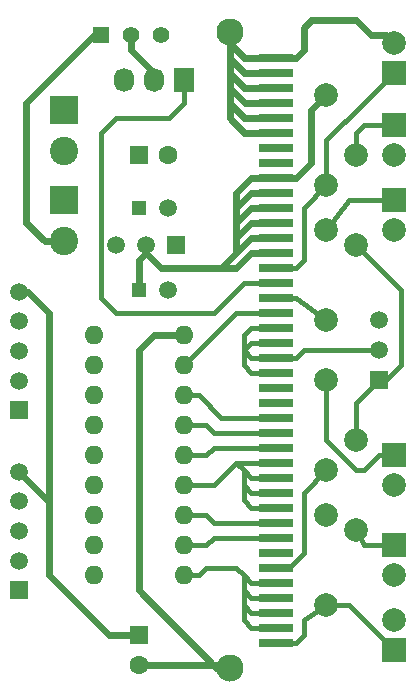
<source format=gtl>
G04 #@! TF.FileFunction,Copper,L1,Top,Signal*
%FSLAX46Y46*%
G04 Gerber Fmt 4.6, Leading zero omitted, Abs format (unit mm)*
G04 Created by KiCad (PCBNEW 4.0.7) date 08/30/19 18:56:12*
%MOMM*%
%LPD*%
G01*
G04 APERTURE LIST*
%ADD10C,0.100000*%
%ADD11C,2.000000*%
%ADD12R,2.000000X2.000000*%
%ADD13R,1.397000X1.397000*%
%ADD14C,1.397000*%
%ADD15R,1.600000X1.600000*%
%ADD16C,1.600000*%
%ADD17R,1.300000X1.300000*%
%ADD18C,1.500000*%
%ADD19O,1.600000X1.600000*%
%ADD20R,1.727200X2.032000*%
%ADD21O,1.727200X2.032000*%
%ADD22C,2.400000*%
%ADD23R,2.400000X2.400000*%
%ADD24C,1.520000*%
%ADD25R,1.520000X1.520000*%
%ADD26R,1.500000X1.500000*%
%ADD27C,2.300000*%
%ADD28R,2.900000X0.800000*%
%ADD29C,0.609600*%
%ADD30C,0.406400*%
G04 APERTURE END LIST*
D10*
D11*
X156210000Y-111760000D03*
D12*
X156210000Y-114300000D03*
D11*
X156210000Y-62865000D03*
D12*
X156210000Y-65405000D03*
D11*
X156210000Y-72390000D03*
D12*
X156210000Y-69850000D03*
D13*
X131445000Y-62230000D03*
D14*
X133985000Y-62230000D03*
X136525000Y-62230000D03*
D11*
X156210000Y-100330000D03*
D12*
X156210000Y-97790000D03*
D15*
X134620000Y-72390000D03*
D16*
X137120000Y-72390000D03*
D17*
X134620000Y-76835000D03*
D18*
X137120000Y-76835000D03*
D19*
X138430000Y-107950000D03*
X138430000Y-105410000D03*
X138430000Y-102870000D03*
X138430000Y-100330000D03*
X138430000Y-97790000D03*
X138430000Y-95250000D03*
X138430000Y-92710000D03*
X138430000Y-90170000D03*
X138430000Y-87630000D03*
X130810000Y-87630000D03*
X130810000Y-90170000D03*
X130810000Y-92710000D03*
X130810000Y-95250000D03*
X130810000Y-97790000D03*
X130810000Y-100330000D03*
X130810000Y-102870000D03*
X130810000Y-105410000D03*
X130810000Y-107950000D03*
D16*
X134620000Y-115530000D03*
D15*
X134620000Y-113030000D03*
D20*
X138430000Y-66040000D03*
D21*
X135890000Y-66040000D03*
X133350000Y-66040000D03*
D22*
X128270000Y-72080000D03*
D23*
X128270000Y-68580000D03*
D22*
X128270000Y-79700000D03*
D23*
X128270000Y-76200000D03*
D11*
X156210000Y-78740000D03*
D12*
X156210000Y-76200000D03*
D17*
X134620000Y-83820000D03*
D18*
X137120000Y-83820000D03*
D11*
X156210000Y-107950000D03*
D12*
X156210000Y-105410000D03*
D24*
X135255000Y-80010000D03*
X132715000Y-80010000D03*
D25*
X137795000Y-80010000D03*
D26*
X124460000Y-109220000D03*
D18*
X124460000Y-106720000D03*
X124460000Y-104220000D03*
X124460000Y-101720000D03*
X124460000Y-99220000D03*
D26*
X124460000Y-93980000D03*
D18*
X124460000Y-91480000D03*
X124460000Y-88980000D03*
X124460000Y-86480000D03*
X124460000Y-83980000D03*
D24*
X154940000Y-88900000D03*
X154940000Y-86360000D03*
D25*
X154940000Y-91440000D03*
D11*
X150495000Y-102870000D03*
X150495000Y-110490000D03*
X150495000Y-67310000D03*
X150495000Y-74930000D03*
X153035000Y-80010000D03*
X153035000Y-72390000D03*
X150495000Y-99060000D03*
X150495000Y-91440000D03*
X150495000Y-86360000D03*
X150495000Y-78740000D03*
X153035000Y-96520000D03*
X153035000Y-104140000D03*
D27*
X142310000Y-62000000D03*
D28*
X146210000Y-113665000D03*
X146210000Y-111125000D03*
X146210000Y-108585000D03*
X146210000Y-106045000D03*
X146210000Y-103505000D03*
X146210000Y-100965000D03*
X146210000Y-98425000D03*
X146210000Y-95885000D03*
X146210000Y-93345000D03*
X146210000Y-90805000D03*
X146210000Y-88265000D03*
X146210000Y-85725000D03*
X146210000Y-83185000D03*
X146210000Y-80645000D03*
X146210000Y-78105000D03*
X146210000Y-75565000D03*
X146210000Y-73025000D03*
X146210000Y-70485000D03*
X146210000Y-67945000D03*
X146210000Y-65405000D03*
X146210000Y-112395000D03*
X146210000Y-109855000D03*
X146210000Y-107315000D03*
X146210000Y-104775000D03*
X146210000Y-102235000D03*
X146210000Y-99695000D03*
X146210000Y-97155000D03*
X146210000Y-94615000D03*
X146210000Y-92075000D03*
X146210000Y-89535000D03*
X146210000Y-86995000D03*
X146210000Y-84455000D03*
X146210000Y-81915000D03*
X146210000Y-79375000D03*
X146210000Y-76835000D03*
X146210000Y-74295000D03*
X146210000Y-71755000D03*
X146210000Y-69215000D03*
X146210000Y-66675000D03*
X146210000Y-64135000D03*
D27*
X142310000Y-115800000D03*
D29*
X146010000Y-64135000D02*
X144445000Y-64135000D01*
X143510000Y-64135000D02*
X142310000Y-62935000D01*
X144445000Y-64135000D02*
X143510000Y-64135000D01*
X142310000Y-62935000D02*
X142310000Y-62000000D01*
X146010000Y-65405000D02*
X143510000Y-65405000D01*
X143510000Y-65405000D02*
X142310000Y-64205000D01*
X146010000Y-66675000D02*
X143510000Y-66675000D01*
X143510000Y-66675000D02*
X142310000Y-65475000D01*
X146010000Y-67945000D02*
X143580000Y-67945000D01*
X143580000Y-67945000D02*
X142310000Y-66675000D01*
X146010000Y-69215000D02*
X143510000Y-69215000D01*
X143510000Y-69215000D02*
X142310000Y-68015000D01*
X142310000Y-62935000D02*
X142310000Y-62000000D01*
X146010000Y-70485000D02*
X143510000Y-70485000D01*
X142310000Y-69285000D02*
X142310000Y-68015000D01*
X142310000Y-68015000D02*
X142310000Y-67945000D01*
X142310000Y-67945000D02*
X142310000Y-66675000D01*
X142310000Y-66675000D02*
X142310000Y-65475000D01*
X142310000Y-65475000D02*
X142310000Y-65405000D01*
X142310000Y-65405000D02*
X142310000Y-64205000D01*
X142310000Y-64205000D02*
X142310000Y-64135000D01*
X142310000Y-64135000D02*
X142310000Y-62000000D01*
X143510000Y-70485000D02*
X142310000Y-69285000D01*
X141200000Y-115800000D02*
X134620000Y-109220000D01*
X134620000Y-109220000D02*
X134620000Y-88900000D01*
X134620000Y-88900000D02*
X135890000Y-87630000D01*
X135890000Y-87630000D02*
X138430000Y-87630000D01*
X155575000Y-62230000D02*
X154305000Y-62230000D01*
X147955000Y-64135000D02*
X148590000Y-63500000D01*
X148590000Y-63500000D02*
X148590000Y-61595000D01*
X148590000Y-61595000D02*
X149225000Y-60960000D01*
X149225000Y-60960000D02*
X153035000Y-60960000D01*
X153035000Y-60960000D02*
X154305000Y-62230000D01*
X147955000Y-64135000D02*
X146010000Y-64135000D01*
X155575000Y-62230000D02*
X156210000Y-62865000D01*
X142310000Y-115800000D02*
X141200000Y-115800000D01*
X134620000Y-115530000D02*
X142040000Y-115530000D01*
X142040000Y-115530000D02*
X142310000Y-115800000D01*
X128270000Y-79700000D02*
X126690000Y-79700000D01*
X125095000Y-67945000D02*
X130810000Y-62230000D01*
X125095000Y-78105000D02*
X125095000Y-67945000D01*
X126690000Y-79700000D02*
X125095000Y-78105000D01*
X130810000Y-62230000D02*
X131445000Y-62230000D01*
D30*
X156210000Y-105410000D02*
X153670000Y-105410000D01*
X153670000Y-105410000D02*
X153035000Y-104140000D01*
X150495000Y-78740000D02*
X152400000Y-76200000D01*
X152400000Y-76200000D02*
X156210000Y-76200000D01*
X156210000Y-97790000D02*
X154940000Y-97790000D01*
X150495000Y-96520000D02*
X150495000Y-91440000D01*
X153035000Y-99060000D02*
X150495000Y-96520000D01*
X153670000Y-99060000D02*
X153035000Y-99060000D01*
X154940000Y-97790000D02*
X153670000Y-99060000D01*
X153035000Y-72390000D02*
X153035000Y-70485000D01*
X153670000Y-69850000D02*
X156210000Y-69850000D01*
X153035000Y-70485000D02*
X153670000Y-69850000D01*
D29*
X142875000Y-80645000D02*
X141605000Y-81915000D01*
X141605000Y-81915000D02*
X142240000Y-81915000D01*
X137160000Y-81915000D02*
X136525000Y-81915000D01*
X136525000Y-81915000D02*
X135255000Y-80645000D01*
X142240000Y-81915000D02*
X137160000Y-81915000D01*
X142875000Y-81915000D02*
X142240000Y-81915000D01*
X144145000Y-80645000D02*
X142875000Y-81915000D01*
X146010000Y-80645000D02*
X144145000Y-80645000D01*
X135255000Y-80645000D02*
X135255000Y-80010000D01*
X142875000Y-79375000D02*
X142875000Y-80645000D01*
X135255000Y-80645000D02*
X135255000Y-80010000D01*
X146010000Y-74295000D02*
X144145000Y-74295000D01*
X142875000Y-75565000D02*
X142875000Y-76835000D01*
X144145000Y-74295000D02*
X142875000Y-75565000D01*
X146010000Y-79375000D02*
X144145000Y-79375000D01*
X144145000Y-79375000D02*
X142875000Y-80645000D01*
X146010000Y-78105000D02*
X144145000Y-78105000D01*
X144145000Y-78105000D02*
X142875000Y-79375000D01*
X146010000Y-76835000D02*
X144145000Y-76835000D01*
X144145000Y-76835000D02*
X142875000Y-78105000D01*
X142875000Y-78740000D02*
X142875000Y-79375000D01*
X142875000Y-78105000D02*
X142875000Y-78740000D01*
X146010000Y-75565000D02*
X144145000Y-75565000D01*
X144145000Y-75565000D02*
X142875000Y-76835000D01*
X142875000Y-76835000D02*
X142875000Y-78105000D01*
X135255000Y-80010000D02*
X135255000Y-80645000D01*
X135255000Y-80645000D02*
X134620000Y-81280000D01*
X134620000Y-81280000D02*
X134620000Y-83820000D01*
X146010000Y-74295000D02*
X147955000Y-74295000D01*
X149225000Y-68580000D02*
X150495000Y-67310000D01*
X149225000Y-73025000D02*
X149225000Y-68580000D01*
X147955000Y-74295000D02*
X149225000Y-73025000D01*
X124460000Y-83980000D02*
X125255000Y-83980000D01*
X127000000Y-85725000D02*
X127000000Y-101760000D01*
X125255000Y-83980000D02*
X127000000Y-85725000D01*
X134620000Y-113030000D02*
X132080000Y-113030000D01*
X132080000Y-113030000D02*
X127000000Y-107950000D01*
X127000000Y-107950000D02*
X127000000Y-101760000D01*
X127000000Y-101760000D02*
X126920000Y-101680000D01*
X126920000Y-101680000D02*
X124460000Y-99220000D01*
X135890000Y-66040000D02*
X135890000Y-66675000D01*
X133985000Y-62230000D02*
X133985000Y-63500000D01*
X133985000Y-63500000D02*
X135890000Y-65405000D01*
X135890000Y-65405000D02*
X135890000Y-66040000D01*
D30*
X150495000Y-110490000D02*
X152400000Y-110490000D01*
X152400000Y-110490000D02*
X156210000Y-114300000D01*
X146010000Y-113665000D02*
X147955000Y-113665000D01*
X148590000Y-111760000D02*
X150495000Y-110490000D01*
X148590000Y-113030000D02*
X148590000Y-111760000D01*
X147955000Y-113665000D02*
X148590000Y-113030000D01*
X143510000Y-109220000D02*
X143510000Y-107950000D01*
X146010000Y-108585000D02*
X144145000Y-108585000D01*
X144145000Y-108585000D02*
X143510000Y-107950000D01*
X139700000Y-107950000D02*
X138430000Y-107950000D01*
X143510000Y-107950000D02*
X142875000Y-107315000D01*
X142875000Y-107315000D02*
X140335000Y-107315000D01*
X140335000Y-107315000D02*
X139700000Y-107950000D01*
X146010000Y-109855000D02*
X144145000Y-109855000D01*
X144145000Y-109855000D02*
X143510000Y-109220000D01*
X146010000Y-111125000D02*
X144145000Y-111125000D01*
X144145000Y-111125000D02*
X143510000Y-110490000D01*
X146010000Y-112395000D02*
X144145000Y-112395000D01*
X143510000Y-111760000D02*
X143510000Y-111125000D01*
X143510000Y-111125000D02*
X143510000Y-110490000D01*
X143510000Y-110490000D02*
X143510000Y-109855000D01*
X143510000Y-109855000D02*
X143510000Y-109220000D01*
X144145000Y-112395000D02*
X143510000Y-111760000D01*
X138430000Y-102870000D02*
X140335000Y-102870000D01*
X140970000Y-103505000D02*
X146010000Y-103505000D01*
X140335000Y-102870000D02*
X140970000Y-103505000D01*
X143510000Y-99060000D02*
X142875000Y-98425000D01*
X146010000Y-98425000D02*
X142875000Y-98425000D01*
X140970000Y-100330000D02*
X138430000Y-100330000D01*
X142875000Y-98425000D02*
X140970000Y-100330000D01*
X146010000Y-99695000D02*
X144145000Y-99695000D01*
X144145000Y-99695000D02*
X143510000Y-99060000D01*
X146010000Y-100965000D02*
X144145000Y-100965000D01*
X144145000Y-100965000D02*
X143510000Y-100330000D01*
X146010000Y-102235000D02*
X144145000Y-102235000D01*
X143510000Y-101600000D02*
X143510000Y-100965000D01*
X143510000Y-100965000D02*
X143510000Y-100330000D01*
X143510000Y-100330000D02*
X143510000Y-99060000D01*
X144145000Y-102235000D02*
X143510000Y-101600000D01*
X138430000Y-95250000D02*
X140335000Y-95250000D01*
X140970000Y-95885000D02*
X146010000Y-95885000D01*
X140335000Y-95250000D02*
X140970000Y-95885000D01*
X146010000Y-88265000D02*
X144145000Y-88265000D01*
X144145000Y-88265000D02*
X143510000Y-88900000D01*
X146010000Y-89535000D02*
X144145000Y-89535000D01*
X144145000Y-89535000D02*
X143510000Y-88900000D01*
X146010000Y-90805000D02*
X144145000Y-90805000D01*
X143510000Y-89535000D02*
X143510000Y-88900000D01*
X143510000Y-90170000D02*
X143510000Y-89535000D01*
X144145000Y-90805000D02*
X143510000Y-90170000D01*
X144145000Y-86995000D02*
X146010000Y-86995000D01*
X143510000Y-88265000D02*
X143510000Y-87630000D01*
X143510000Y-88900000D02*
X143510000Y-88265000D01*
X143510000Y-87630000D02*
X144145000Y-86995000D01*
X146010000Y-89535000D02*
X147955000Y-89535000D01*
X148590000Y-88900000D02*
X154940000Y-88900000D01*
X147955000Y-89535000D02*
X148590000Y-88900000D01*
X138430000Y-90170000D02*
X138430000Y-90170000D01*
X142875000Y-85725000D02*
X146010000Y-85725000D01*
X138430000Y-90170000D02*
X142875000Y-85725000D01*
X146010000Y-83185000D02*
X143510000Y-83185000D01*
X131445000Y-70485000D02*
X132715000Y-69215000D01*
X132715000Y-69215000D02*
X137160000Y-69215000D01*
X137160000Y-69215000D02*
X138430000Y-67945000D01*
X138430000Y-67945000D02*
X138430000Y-66040000D01*
X131445000Y-84455000D02*
X131445000Y-75565000D01*
X132715000Y-85725000D02*
X131445000Y-84455000D01*
X138430000Y-85725000D02*
X132715000Y-85725000D01*
X131445000Y-75565000D02*
X131445000Y-70485000D01*
X140970000Y-85725000D02*
X138430000Y-85725000D01*
X143510000Y-83185000D02*
X140970000Y-85725000D01*
X146010000Y-107315000D02*
X147320000Y-107315000D01*
X148590000Y-100965000D02*
X150495000Y-99060000D01*
X148590000Y-106045000D02*
X148590000Y-100965000D01*
X147320000Y-107315000D02*
X148590000Y-106045000D01*
X138430000Y-105410000D02*
X140335000Y-105410000D01*
X140970000Y-104775000D02*
X146010000Y-104775000D01*
X140335000Y-105410000D02*
X140970000Y-104775000D01*
X138430000Y-97790000D02*
X140335000Y-97790000D01*
X140970000Y-97155000D02*
X146010000Y-97155000D01*
X140335000Y-97790000D02*
X140970000Y-97155000D01*
X138430000Y-92710000D02*
X139700000Y-92710000D01*
X141605000Y-94615000D02*
X146010000Y-94615000D01*
X139700000Y-92710000D02*
X141605000Y-94615000D01*
X146010000Y-84455000D02*
X147955000Y-84455000D01*
X147955000Y-84455000D02*
X150495000Y-86360000D01*
X156210000Y-65405000D02*
X153670000Y-67945000D01*
X150495000Y-71120000D02*
X153670000Y-67945000D01*
X150495000Y-71120000D02*
X150495000Y-74930000D01*
X146010000Y-81915000D02*
X147955000Y-81915000D01*
X148590000Y-76835000D02*
X150495000Y-74930000D01*
X148590000Y-81280000D02*
X148590000Y-76835000D01*
X147955000Y-81915000D02*
X148590000Y-81280000D01*
X154940000Y-91440000D02*
X155575000Y-91440000D01*
X155575000Y-91440000D02*
X156845000Y-90170000D01*
X156845000Y-83820000D02*
X153035000Y-80010000D01*
X156845000Y-90170000D02*
X156845000Y-83820000D01*
X153035000Y-96520000D02*
X153035000Y-93345000D01*
X153035000Y-93345000D02*
X154940000Y-91440000D01*
M02*

</source>
